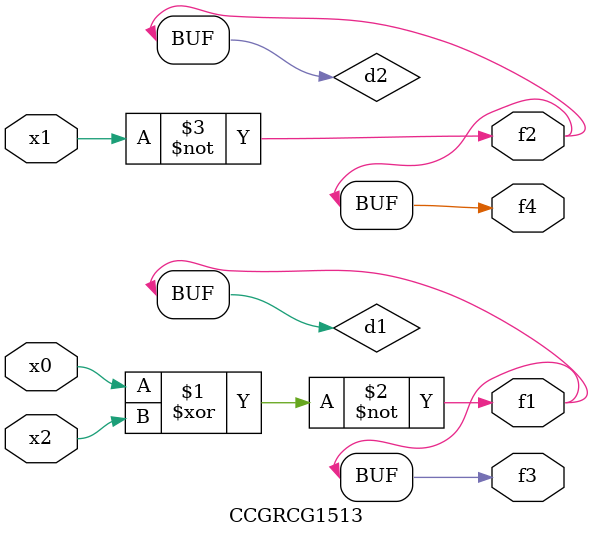
<source format=v>
module CCGRCG1513(
	input x0, x1, x2,
	output f1, f2, f3, f4
);

	wire d1, d2, d3;

	xnor (d1, x0, x2);
	nand (d2, x1);
	nor (d3, x1, x2);
	assign f1 = d1;
	assign f2 = d2;
	assign f3 = d1;
	assign f4 = d2;
endmodule

</source>
